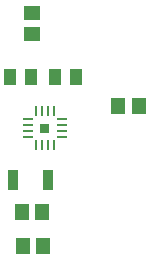
<source format=gbr>
%TF.GenerationSoftware,Altium Limited,Altium Designer,22.2.1 (43)*%
G04 Layer_Color=128*
%FSLAX45Y45*%
%MOMM*%
%TF.SameCoordinates,E85C5352-B1E5-4D08-830E-0896481A3A09*%
%TF.FilePolarity,Positive*%
%TF.FileFunction,Paste,Bot*%
%TF.Part,Single*%
G01*
G75*
%TA.AperFunction,SMDPad,CuDef*%
%ADD16R,1.16000X1.47000*%
%ADD17R,1.47000X1.16000*%
%ADD56R,0.97000X1.73000*%
%ADD57R,0.14986X0.85999*%
G04:AMPARAMS|DCode=59|XSize=0.86mm|YSize=0.15mm|CornerRadius=0.0375mm|HoleSize=0mm|Usage=FLASHONLY|Rotation=90.000|XOffset=0mm|YOffset=0mm|HoleType=Round|Shape=RoundedRectangle|*
%AMROUNDEDRECTD59*
21,1,0.86000,0.07500,0,0,90.0*
21,1,0.78500,0.15000,0,0,90.0*
1,1,0.07500,0.03750,0.39250*
1,1,0.07500,0.03750,-0.39250*
1,1,0.07500,-0.03750,-0.39250*
1,1,0.07500,-0.03750,0.39250*
%
%ADD59ROUNDEDRECTD59*%
G04:AMPARAMS|DCode=60|XSize=0.86mm|YSize=0.15mm|CornerRadius=0.0375mm|HoleSize=0mm|Usage=FLASHONLY|Rotation=0.000|XOffset=0mm|YOffset=0mm|HoleType=Round|Shape=RoundedRectangle|*
%AMROUNDEDRECTD60*
21,1,0.86000,0.07500,0,0,0.0*
21,1,0.78500,0.15000,0,0,0.0*
1,1,0.07500,0.39250,-0.03750*
1,1,0.07500,-0.39250,-0.03750*
1,1,0.07500,-0.39250,0.03750*
1,1,0.07500,0.39250,0.03750*
%
%ADD60ROUNDEDRECTD60*%
%ADD61R,1.14000X1.47000*%
G36*
X10502100Y9030500D02*
Y8952700D01*
X10579900D01*
Y9030500D01*
X10502100D01*
D02*
G37*
D16*
X11159120Y9177020D02*
D03*
X11335120D02*
D03*
X10343780Y8282940D02*
D03*
X10519780D02*
D03*
X10353940Y7993380D02*
D03*
X10529940D02*
D03*
D17*
X10436860Y9792600D02*
D03*
Y9968600D02*
D03*
D56*
X10273620Y8554720D02*
D03*
X10569620D02*
D03*
D57*
X10465999Y8848100D02*
D03*
D59*
X10616001D02*
D03*
X10565999D02*
D03*
X10516001D02*
D03*
X10465999Y9135100D02*
D03*
X10516001D02*
D03*
X10565999D02*
D03*
X10616001D02*
D03*
D60*
X10397500Y8916599D02*
D03*
Y8966601D02*
D03*
Y9016599D02*
D03*
Y9066601D02*
D03*
X10684500D02*
D03*
Y9016599D02*
D03*
Y8966601D02*
D03*
Y8916599D02*
D03*
D61*
X10248798Y9423400D02*
D03*
X10426802D02*
D03*
X10807802D02*
D03*
X10629798D02*
D03*
%TF.MD5,c797c80609e7aca92e1001d695e85df7*%
M02*

</source>
